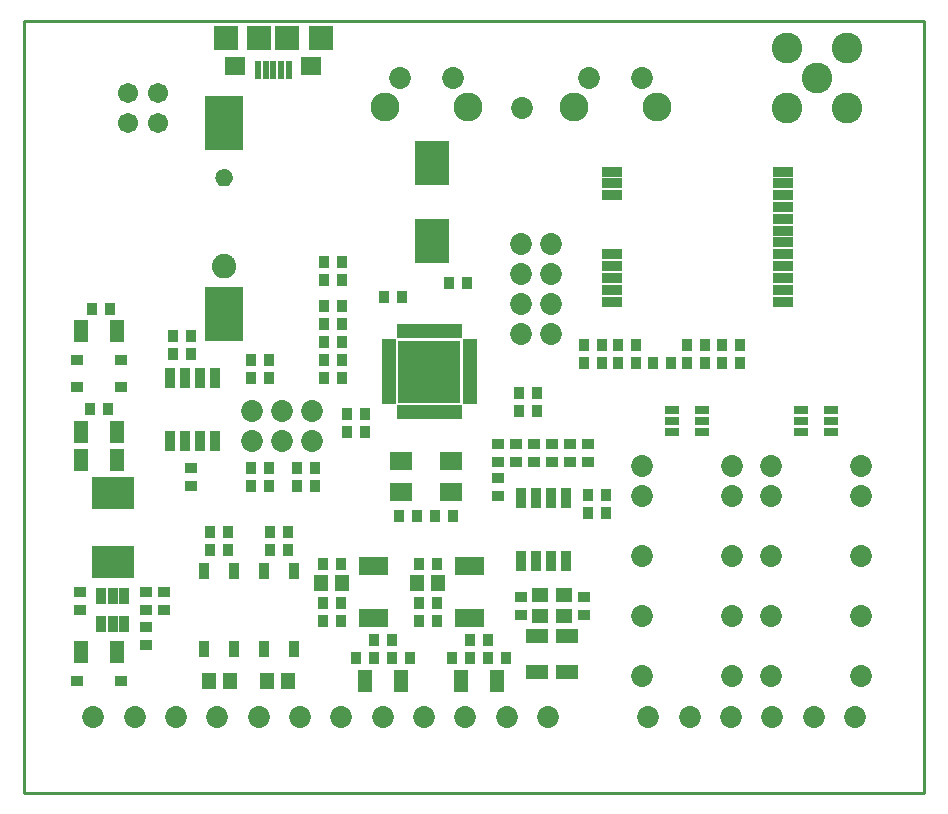
<source format=gbr>
G04 EAGLE Gerber RS-274X export*
G75*
%MOMM*%
%FSLAX34Y34*%
%LPD*%
%INSoldermask Top*%
%IPPOS*%
%AMOC8*
5,1,8,0,0,1.08239X$1,22.5*%
G01*
%ADD10C,2.003200*%
%ADD11C,1.403200*%
%ADD12R,0.965200X1.092200*%
%ADD13C,1.853200*%
%ADD14C,2.603200*%
%ADD15R,1.092200X0.965200*%
%ADD16R,1.219200X1.981200*%
%ADD17R,1.981200X1.219200*%
%ADD18R,1.219200X0.508000*%
%ADD19R,0.508000X1.219200*%
%ADD20R,5.283200X5.283200*%
%ADD21R,0.965200X1.473200*%
%ADD22C,1.711200*%
%ADD23R,1.727200X0.903200*%
%ADD24R,1.219200X1.473200*%
%ADD25R,1.473200X1.219200*%
%ADD26R,1.854200X1.600200*%
%ADD27R,2.003200X2.103200*%
%ADD28R,2.103200X2.103200*%
%ADD29R,1.803200X1.603200*%
%ADD30R,0.603200X1.603200*%
%ADD31C,2.453200*%
%ADD32R,2.997200X3.759200*%
%ADD33R,0.838200X1.346200*%
%ADD34R,3.603200X2.803200*%
%ADD35R,0.503200X1.600200*%
%ADD36R,0.965200X1.727200*%
%ADD37R,3.251200X4.648200*%
%ADD38R,1.219200X0.711200*%
%ADD39C,0.254000*%


D10*
X168910Y446405D03*
D11*
X168910Y521335D03*
D12*
X419100Y323850D03*
X434340Y323850D03*
X72390Y410210D03*
X57150Y410210D03*
X473710Y379730D03*
X488950Y379730D03*
X473710Y364490D03*
X488950Y364490D03*
X547370Y364490D03*
X532130Y364490D03*
X419100Y339090D03*
X434340Y339090D03*
X492760Y237490D03*
X477520Y237490D03*
X492760Y252730D03*
X477520Y252730D03*
X269240Y397510D03*
X254000Y397510D03*
X317500Y234950D03*
X332740Y234950D03*
X363220Y234950D03*
X347980Y234950D03*
X304800Y420370D03*
X320040Y420370D03*
X254000Y351790D03*
X269240Y351790D03*
X273050Y321310D03*
X288290Y321310D03*
D13*
X218440Y298450D03*
X193040Y323850D03*
X193040Y298450D03*
X243840Y323850D03*
X243840Y298450D03*
X218440Y323850D03*
X420370Y388620D03*
X445770Y464820D03*
X445770Y439420D03*
X420370Y464820D03*
X420370Y439420D03*
X420370Y414020D03*
X445770Y414020D03*
X445770Y388620D03*
D14*
X671000Y605790D03*
X645600Y631190D03*
X645600Y580390D03*
X696400Y580390D03*
X696400Y631190D03*
D13*
X443500Y64770D03*
X408500Y64770D03*
X373500Y64770D03*
X338500Y64770D03*
X303500Y64770D03*
X268500Y64770D03*
X233500Y64770D03*
X198500Y64770D03*
X163500Y64770D03*
X128500Y64770D03*
X93500Y64770D03*
X58500Y64770D03*
X703500Y64770D03*
X668500Y64770D03*
X633500Y64770D03*
X598500Y64770D03*
X563500Y64770D03*
X528500Y64770D03*
D15*
X81915Y367030D03*
X45085Y367030D03*
X81915Y95250D03*
X45085Y95250D03*
X81915Y344170D03*
X45085Y344170D03*
D16*
X78740Y391160D03*
X48260Y391160D03*
D17*
X434340Y102870D03*
X434340Y133350D03*
X459740Y102870D03*
X459740Y133350D03*
D18*
X308610Y381870D03*
X308610Y376870D03*
X308610Y371870D03*
X308610Y366870D03*
X308610Y361870D03*
X308610Y356870D03*
X308610Y351870D03*
X308610Y346870D03*
X308610Y341870D03*
X308610Y336870D03*
X308610Y331870D03*
D19*
X317900Y322580D03*
X322900Y322580D03*
X327900Y322580D03*
X332900Y322580D03*
X337900Y322580D03*
X342900Y322580D03*
X347900Y322580D03*
X352900Y322580D03*
X357900Y322580D03*
X362900Y322580D03*
X367900Y322580D03*
D18*
X377190Y331870D03*
X377190Y336870D03*
X377190Y341870D03*
X377190Y346870D03*
X377190Y351870D03*
X377190Y356870D03*
X377190Y361870D03*
X377190Y366870D03*
X377190Y371870D03*
X377190Y376870D03*
X377190Y381870D03*
D19*
X367900Y391160D03*
X362900Y391160D03*
X357900Y391160D03*
X352900Y391160D03*
X347900Y391160D03*
X342900Y391160D03*
X337900Y391160D03*
X332900Y391160D03*
X327900Y391160D03*
X322900Y391160D03*
X317900Y391160D03*
D20*
X342900Y356870D03*
D21*
X152400Y121940D03*
X177800Y121940D03*
X177800Y187940D03*
X152400Y187940D03*
X203200Y121940D03*
X228600Y121940D03*
X228600Y187940D03*
X203200Y187940D03*
D22*
X113700Y567690D03*
X88300Y567690D03*
X113700Y593090D03*
X88300Y593090D03*
D23*
X642620Y416210D03*
X642620Y426210D03*
X642620Y436210D03*
X642620Y446210D03*
X642620Y456210D03*
X642620Y466210D03*
X642620Y476210D03*
X642620Y486210D03*
X642620Y496210D03*
X642620Y506210D03*
X642620Y516210D03*
X642620Y526210D03*
X497840Y526210D03*
X497840Y516210D03*
X497840Y506210D03*
X497840Y456210D03*
X497840Y446210D03*
X497840Y436210D03*
X497840Y426210D03*
X497840Y416210D03*
D12*
X273050Y306070D03*
X288290Y306070D03*
X191770Y351790D03*
X207010Y351790D03*
X207010Y275590D03*
X191770Y275590D03*
X246380Y275590D03*
X231140Y275590D03*
X254000Y382270D03*
X269240Y382270D03*
D24*
X173990Y95250D03*
X156210Y95250D03*
D12*
X172720Y220980D03*
X157480Y220980D03*
D24*
X223520Y95250D03*
X205740Y95250D03*
D12*
X223520Y220980D03*
X208280Y220980D03*
D15*
X462280Y295910D03*
X462280Y280670D03*
X477520Y295910D03*
X477520Y280670D03*
D12*
X254000Y367030D03*
X269240Y367030D03*
D15*
X431800Y295910D03*
X431800Y280670D03*
X447040Y295910D03*
X447040Y280670D03*
X416560Y295910D03*
X416560Y280670D03*
X473710Y151130D03*
X473710Y166370D03*
D25*
X457200Y149860D03*
X457200Y167640D03*
X436880Y149860D03*
X436880Y167640D03*
D15*
X420370Y151130D03*
X420370Y166370D03*
D12*
X590550Y364490D03*
X605790Y364490D03*
X269240Y449580D03*
X254000Y449580D03*
X269240Y434340D03*
X254000Y434340D03*
X269240Y412750D03*
X254000Y412750D03*
X605790Y379730D03*
X590550Y379730D03*
X561340Y364490D03*
X576580Y364490D03*
X576580Y379730D03*
X561340Y379730D03*
X518160Y364490D03*
X502920Y364490D03*
X518160Y379730D03*
X502920Y379730D03*
D26*
X319405Y254635D03*
X361315Y254635D03*
X361315Y281305D03*
X319405Y281305D03*
D27*
X251000Y639550D03*
D28*
X223000Y639550D03*
D27*
X171000Y639550D03*
D28*
X199000Y639550D03*
D29*
X243000Y615550D03*
X179000Y615550D03*
D30*
X211000Y612550D03*
X217500Y612550D03*
X224000Y612550D03*
X204500Y612550D03*
X198000Y612550D03*
D13*
X363500Y605790D03*
X318500Y605790D03*
D31*
X376000Y580790D03*
X306000Y580790D03*
D13*
X523500Y605790D03*
X478500Y605790D03*
D31*
X536000Y580790D03*
X466000Y580790D03*
D32*
X345440Y467360D03*
X345440Y533400D03*
D12*
X359410Y431800D03*
X374650Y431800D03*
D33*
X65430Y142875D03*
X74930Y142875D03*
X84430Y142875D03*
X84430Y167005D03*
X74930Y167005D03*
X65430Y167005D03*
D16*
X48260Y119380D03*
X78740Y119380D03*
X48260Y281940D03*
X78740Y281940D03*
X48260Y306070D03*
X78740Y306070D03*
D34*
X74930Y253790D03*
X74930Y195790D03*
D15*
X46990Y170180D03*
X46990Y154940D03*
D12*
X55880Y325120D03*
X71120Y325120D03*
D15*
X102870Y125730D03*
X102870Y140970D03*
X118110Y170180D03*
X118110Y154940D03*
X102870Y154940D03*
X102870Y170180D03*
D12*
X377190Y129540D03*
X392430Y129540D03*
X361950Y114300D03*
X377190Y114300D03*
X407670Y114300D03*
X392430Y114300D03*
D16*
X400050Y95250D03*
X369570Y95250D03*
D12*
X172720Y205740D03*
X157480Y205740D03*
X223520Y205740D03*
X208280Y205740D03*
X334010Y161290D03*
X349250Y161290D03*
X334010Y146050D03*
X349250Y146050D03*
D15*
X401320Y266700D03*
X401320Y251460D03*
X401320Y280670D03*
X401320Y295910D03*
D12*
X349250Y194310D03*
X334010Y194310D03*
D24*
X332740Y177800D03*
X350520Y177800D03*
D16*
X288290Y95250D03*
X318770Y95250D03*
D12*
X311150Y114300D03*
X326390Y114300D03*
X295910Y114300D03*
X280670Y114300D03*
X295910Y129540D03*
X311150Y129540D03*
X252730Y146050D03*
X267970Y146050D03*
X252730Y161290D03*
X267970Y161290D03*
D24*
X251460Y177800D03*
X269240Y177800D03*
D12*
X267970Y194310D03*
X252730Y194310D03*
D35*
X305910Y192405D03*
X300910Y192405D03*
X295910Y192405D03*
X290910Y192405D03*
X285910Y192405D03*
X285910Y147955D03*
X290910Y147955D03*
X295910Y147955D03*
X300910Y147955D03*
X305910Y147955D03*
X387190Y192405D03*
X382190Y192405D03*
X377190Y192405D03*
X372190Y192405D03*
X367190Y192405D03*
X367190Y147955D03*
X372190Y147955D03*
X377190Y147955D03*
X382190Y147955D03*
X387190Y147955D03*
D36*
X458470Y250190D03*
X445770Y250190D03*
X433070Y250190D03*
X420370Y250190D03*
X420370Y196850D03*
X433070Y196850D03*
X445770Y196850D03*
X458470Y196850D03*
D12*
X191770Y260350D03*
X207010Y260350D03*
X231140Y260350D03*
X246380Y260350D03*
D36*
X161290Y351790D03*
X148590Y351790D03*
X135890Y351790D03*
X123190Y351790D03*
X123190Y298450D03*
X135890Y298450D03*
X148590Y298450D03*
X161290Y298450D03*
D15*
X140970Y260350D03*
X140970Y275590D03*
D12*
X125730Y387350D03*
X140970Y387350D03*
X125730Y372110D03*
X140970Y372110D03*
X207010Y367030D03*
X191770Y367030D03*
D37*
X168910Y567055D03*
X168910Y405765D03*
D38*
X548640Y324460D03*
X548640Y314960D03*
X548640Y305460D03*
X574040Y305460D03*
X574040Y314960D03*
X574040Y324460D03*
X657860Y324460D03*
X657860Y314960D03*
X657860Y305460D03*
X683260Y305460D03*
X683260Y314960D03*
X683260Y324460D03*
D13*
X523240Y276860D03*
X599440Y149860D03*
X599440Y276860D03*
X523240Y149860D03*
X523240Y200660D03*
X599440Y200660D03*
X523240Y99060D03*
X599440Y99060D03*
X523240Y251460D03*
X599440Y251460D03*
X632460Y276860D03*
X708660Y149860D03*
X708660Y276860D03*
X632460Y149860D03*
X632460Y200660D03*
X708660Y200660D03*
X632460Y99060D03*
X708660Y99060D03*
X632460Y251460D03*
X708660Y251460D03*
X421640Y580390D03*
D39*
X0Y0D02*
X762000Y0D01*
X762000Y654050D01*
X0Y654050D01*
X0Y0D01*
X177910Y446012D02*
X177842Y445229D01*
X177705Y444455D01*
X177502Y443696D01*
X177233Y442958D01*
X176901Y442245D01*
X176508Y441565D01*
X176057Y440921D01*
X175552Y440319D01*
X174996Y439763D01*
X174394Y439258D01*
X173750Y438807D01*
X173070Y438414D01*
X172357Y438082D01*
X171619Y437813D01*
X170860Y437610D01*
X170086Y437474D01*
X169303Y437405D01*
X168517Y437405D01*
X167734Y437474D01*
X166960Y437610D01*
X166201Y437813D01*
X165463Y438082D01*
X164750Y438414D01*
X164070Y438807D01*
X163426Y439258D01*
X162824Y439763D01*
X162268Y440319D01*
X161763Y440921D01*
X161312Y441565D01*
X160919Y442245D01*
X160587Y442958D01*
X160318Y443696D01*
X160115Y444455D01*
X159979Y445229D01*
X159910Y446012D01*
X159910Y446798D01*
X159979Y447581D01*
X160115Y448355D01*
X160318Y449114D01*
X160587Y449852D01*
X160919Y450565D01*
X161312Y451245D01*
X161763Y451889D01*
X162268Y452491D01*
X162824Y453047D01*
X163426Y453552D01*
X164070Y454003D01*
X164750Y454396D01*
X165463Y454728D01*
X166201Y454997D01*
X166960Y455200D01*
X167734Y455337D01*
X168517Y455405D01*
X169303Y455405D01*
X170086Y455337D01*
X170860Y455200D01*
X171619Y454997D01*
X172357Y454728D01*
X173070Y454396D01*
X173750Y454003D01*
X174394Y453552D01*
X174996Y453047D01*
X175552Y452491D01*
X176057Y451889D01*
X176508Y451245D01*
X176901Y450565D01*
X177233Y449852D01*
X177502Y449114D01*
X177705Y448355D01*
X177842Y447581D01*
X177910Y446798D01*
X177910Y446012D01*
X174910Y520998D02*
X174835Y520328D01*
X174685Y519671D01*
X174462Y519035D01*
X174170Y518428D01*
X173811Y517858D01*
X173391Y517331D01*
X172914Y516854D01*
X172388Y516434D01*
X171817Y516075D01*
X171210Y515783D01*
X170574Y515560D01*
X169917Y515410D01*
X169247Y515335D01*
X168573Y515335D01*
X167903Y515410D01*
X167246Y515560D01*
X166610Y515783D01*
X166003Y516075D01*
X165433Y516434D01*
X164906Y516854D01*
X164429Y517331D01*
X164009Y517858D01*
X163650Y518428D01*
X163358Y519035D01*
X163135Y519671D01*
X162985Y520328D01*
X162910Y520998D01*
X162910Y521672D01*
X162985Y522342D01*
X163135Y522999D01*
X163358Y523635D01*
X163650Y524242D01*
X164009Y524813D01*
X164429Y525339D01*
X164906Y525816D01*
X165433Y526236D01*
X166003Y526595D01*
X166610Y526887D01*
X167246Y527110D01*
X167903Y527260D01*
X168573Y527335D01*
X169247Y527335D01*
X169917Y527260D01*
X170574Y527110D01*
X171210Y526887D01*
X171817Y526595D01*
X172388Y526236D01*
X172914Y525816D01*
X173391Y525339D01*
X173811Y524813D01*
X174170Y524242D01*
X174462Y523635D01*
X174685Y522999D01*
X174835Y522342D01*
X174910Y521672D01*
X174910Y520998D01*
M02*

</source>
